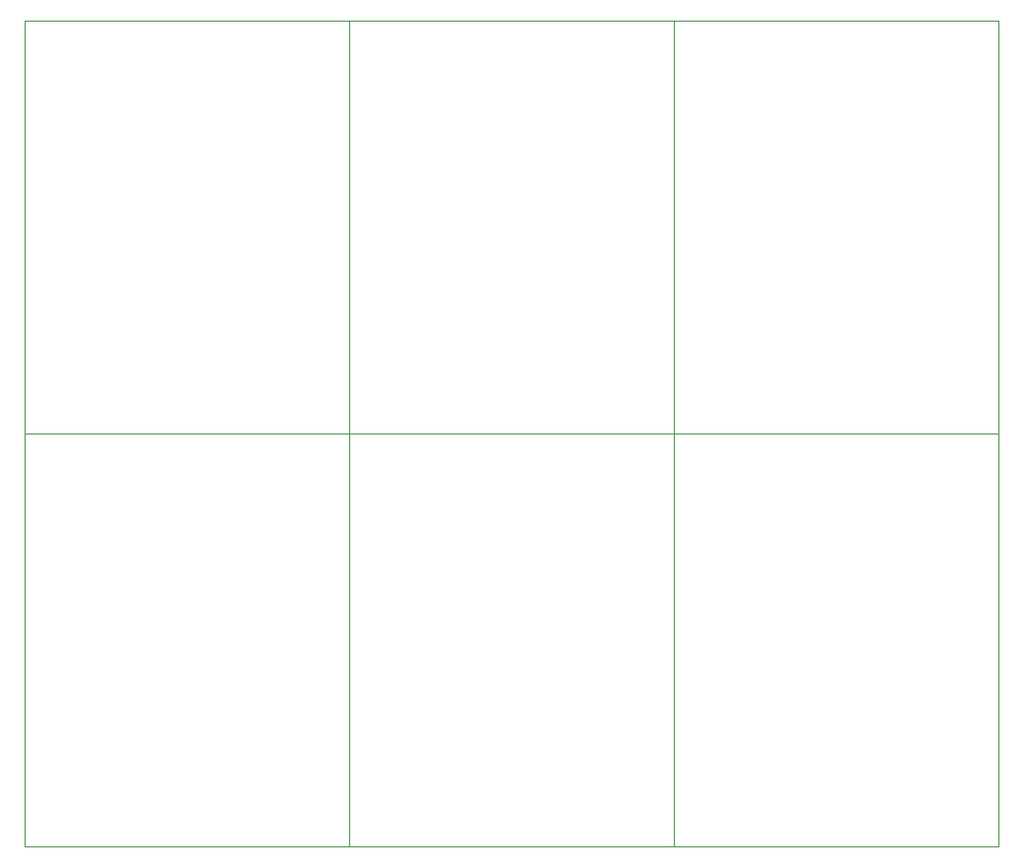
<source format=gbr>
%FSLAX34Y34*%
%MOMM*%
%LNOUTLINE*%
G71*
G01*
%ADD10C, 0.10*%
%LPD*%
G54D10*
X25400Y990600D02*
X304800Y990600D01*
X304800Y635000D01*
X25400Y635000D01*
X25400Y990600D01*
G54D10*
X304800Y990600D02*
X584200Y990600D01*
X584200Y635000D01*
X304800Y635000D01*
X304800Y990600D01*
G54D10*
X584200Y990600D02*
X863600Y990600D01*
X863600Y635000D01*
X584200Y635000D01*
X584200Y990600D01*
G54D10*
X25400Y635000D02*
X304800Y635000D01*
X304800Y279400D01*
X25400Y279400D01*
X25400Y635000D01*
G54D10*
X304800Y635000D02*
X584200Y635000D01*
X584200Y279400D01*
X304800Y279400D01*
X304800Y635000D01*
G54D10*
X584200Y635000D02*
X863600Y635000D01*
X863600Y279400D01*
X584200Y279400D01*
X584200Y635000D01*
M02*

</source>
